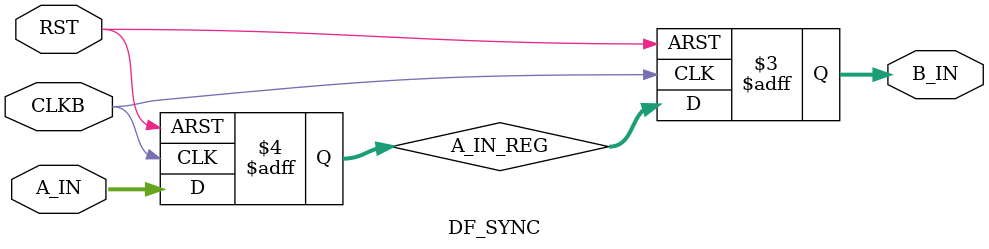
<source format=v>
module DF_SYNC #(parameter N = 4)( input CLKB,RST,
                                   input [N-1:0] A_IN,
                                   output reg [N-1:0] B_IN
                                   );

reg [N-1:0] A_IN_REG;

always@(posedge CLKB, negedge RST)
  begin
    if(!RST)
      begin
        A_IN_REG<=0;
        B_IN<=0;
      end
    else
      begin
        A_IN_REG<=A_IN;
        B_IN<=A_IN_REG;
      end  
  end
endmodule
</source>
